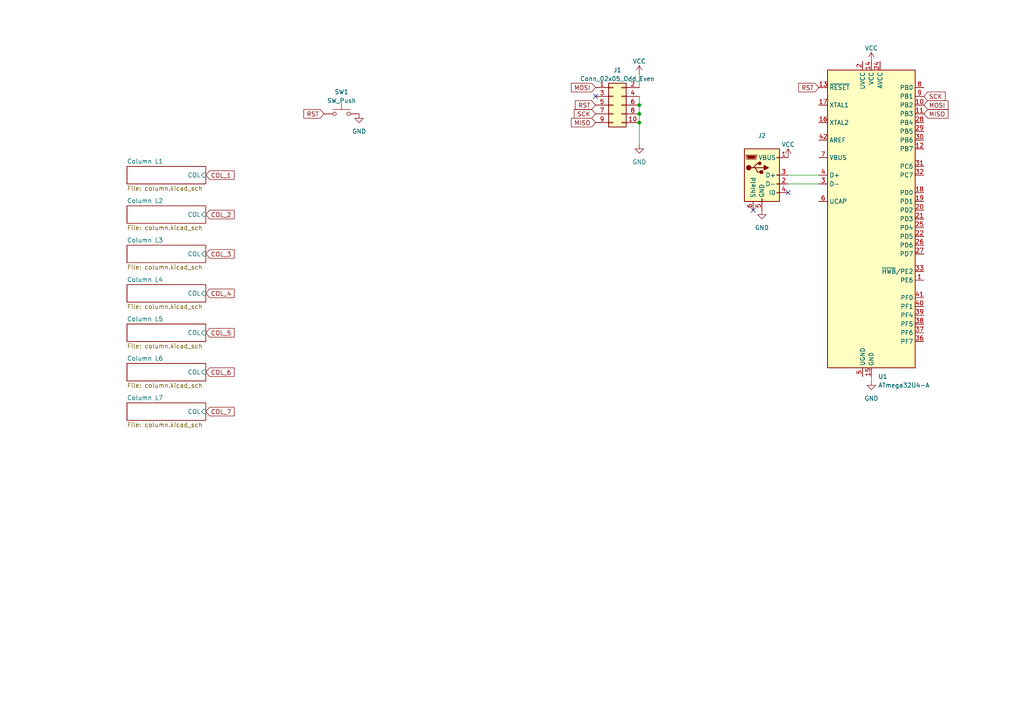
<source format=kicad_sch>
(kicad_sch (version 20230121) (generator eeschema)
  (paper "A4")
  (lib_symbols
    (symbol "Connector:USB_B_Micro" (pin_names (offset 1.016))
      (property "Reference" "J" (at -5.08 11.43 0))
      (property "Value" "USB_B_Micro" (at -5.08 8.89 0))
      (symbol "USB_B_Micro_0_1"
        (rectangle (start -5.08 -7.62) (end 5.08 7.62) (stroke (width 0.254)) (fill (type background)))
        (circle (center -3.81 2.159) (radius 0.635) (stroke (width 0.254)) (fill (type outline)))
        (circle (center -0.635 3.429) (radius 0.381) (stroke (width 0.254)) (fill (type outline)))
        (rectangle (start -0.127 -7.62) (end 0.127 -6.858))
        (polyline (pts (xy -1.905 2.159) (xy 0.635 2.159)) (stroke (width 0.254)))
        (polyline (pts (xy -3.175 2.159) (xy -2.54 2.159) (xy -1.27 3.429) (xy -0.635 3.429)) (stroke (width 0.254)))
        (polyline (pts (xy -2.54 2.159) (xy -1.905 2.159) (xy -1.27 0.889) (xy 0 0.889)) (stroke (width 0.254)))
        (polyline (pts (xy 0.635 2.794) (xy 0.635 1.524) (xy 1.905 2.159) (xy 0.635 2.794)) (stroke (width 0.254)) (fill (type outline)))
        (polyline (pts (xy -4.318 5.588) (xy -1.778 5.588) (xy -2.032 4.826) (xy -4.064 4.826) (xy -4.318 5.588)) (fill (type outline)))
        (polyline (pts (xy -4.699 5.842) (xy -4.699 5.588) (xy -4.445 4.826) (xy -4.445 4.572) (xy -1.651 4.572) (xy -1.651 4.826) (xy -1.397 5.588) (xy -1.397 5.842) (xy -4.699 5.842)))
        (rectangle (start 0.254 1.27) (end -0.508 0.508) (stroke (width 0.254)) (fill (type outline)))
        (rectangle (start 5.08 -5.207) (end 4.318 -4.953))
        (rectangle (start 5.08 -2.667) (end 4.318 -2.413))
        (rectangle (start 5.08 -0.127) (end 4.318 0.127))
        (rectangle (start 5.08 4.953) (end 4.318 5.207))
      )
      (symbol "USB_B_Micro_1_1"
        (pin power_out line (at 7.62 5.08 180) (length 2.54) (name "VBUS") (number "1"))
        (pin bidirectional line (at 7.62 -2.54 180) (length 2.54) (name "D-") (number "2"))
        (pin bidirectional line (at 7.62 0 180) (length 2.54) (name "D+") (number "3"))
        (pin passive line (at 7.62 -5.08 180) (length 2.54) (name "ID") (number "4"))
        (pin power_out line (at 0 -10.16 90) (length 2.54) (name "GND") (number "5"))
        (pin passive line (at -2.54 -10.16 90) (length 2.54) (name "Shield") (number "6"))
      )
    )
    (symbol "Connector_Generic:Conn_02x05_Odd_Even" (pin_names (offset 1.016) hide)
      (property "Reference" "J" (at 1.27 7.62 0))
      (property "Value" "Conn_02x05_Odd_Even" (at 1.27 -7.62 0))
      (symbol "Conn_02x05_Odd_Even_1_1"
        (rectangle (start -1.27 -4.953) (end 0 -5.207) (stroke (width 0.1524)))
        (rectangle (start -1.27 -2.413) (end 0 -2.667) (stroke (width 0.1524)))
        (rectangle (start -1.27 0.127) (end 0 -0.127) (stroke (width 0.1524)))
        (rectangle (start -1.27 2.667) (end 0 2.413) (stroke (width 0.1524)))
        (rectangle (start -1.27 5.207) (end 0 4.953) (stroke (width 0.1524)))
        (rectangle (start -1.27 6.35) (end 3.81 -6.35) (stroke (width 0.254)) (fill (type background)))
        (rectangle (start 3.81 -4.953) (end 2.54 -5.207) (stroke (width 0.1524)))
        (rectangle (start 3.81 -2.413) (end 2.54 -2.667) (stroke (width 0.1524)))
        (rectangle (start 3.81 0.127) (end 2.54 -0.127) (stroke (width 0.1524)))
        (rectangle (start 3.81 2.667) (end 2.54 2.413) (stroke (width 0.1524)))
        (rectangle (start 3.81 5.207) (end 2.54 4.953) (stroke (width 0.1524)))
        (pin passive line (at -5.08 5.08 0) (length 3.81) (name "Pin_1") (number "1"))
        (pin passive line (at 7.62 -5.08 180) (length 3.81) (name "Pin_10") (number "10"))
        (pin passive line (at 7.62 5.08 180) (length 3.81) (name "Pin_2") (number "2"))
        (pin passive line (at -5.08 2.54 0) (length 3.81) (name "Pin_3") (number "3"))
        (pin passive line (at 7.62 2.54 180) (length 3.81) (name "Pin_4") (number "4"))
        (pin passive line (at -5.08 0 0) (length 3.81) (name "Pin_5") (number "5"))
        (pin passive line (at 7.62 0 180) (length 3.81) (name "Pin_6") (number "6"))
        (pin passive line (at -5.08 -2.54 0) (length 3.81) (name "Pin_7") (number "7"))
        (pin passive line (at 7.62 -2.54 180) (length 3.81) (name "Pin_8") (number "8"))
        (pin passive line (at -5.08 -5.08 0) (length 3.81) (name "Pin_9") (number "9"))
      )
    )
    (symbol "MCU_Microchip_ATmega:ATmega32U4-A"
      (property "Reference" "U" (at -12.7 44.45 0))
      (property "Value" "ATmega32U4-A" (at 2.54 -44.45 0))
      (symbol "ATmega32U4-A_0_1"
        (rectangle (start -12.7 -43.18) (end 12.7 43.18) (stroke (width 0.254)) (fill (type background)))
      )
      (symbol "ATmega32U4-A_1_1"
        (pin bidirectional line (at 15.24 -17.78 180) (length 2.54) (name "PE6") (number "1"))
        (pin bidirectional line (at 15.24 33.02 180) (length 2.54) (name "PB2") (number "10"))
        (pin bidirectional line (at 15.24 30.48 180) (length 2.54) (name "PB3") (number "11"))
        (pin bidirectional line (at 15.24 20.32 180) (length 2.54) (name "PB7") (number "12"))
        (pin input line (at -15.24 38.1 0) (length 2.54) (name "~{RESET}") (number "13"))
        (pin power_in line (at 0 45.72 270) (length 2.54) (name "VCC") (number "14"))
        (pin power_in line (at 0 -45.72 90) (length 2.54) (name "GND") (number "15"))
        (pin output line (at -15.24 27.94 0) (length 2.54) (name "XTAL2") (number "16"))
        (pin input line (at -15.24 33.02 0) (length 2.54) (name "XTAL1") (number "17"))
        (pin bidirectional line (at 15.24 7.62 180) (length 2.54) (name "PD0") (number "18"))
        (pin bidirectional line (at 15.24 5.08 180) (length 2.54) (name "PD1") (number "19"))
        (pin power_in line (at -2.54 45.72 270) (length 2.54) (name "UVCC") (number "2"))
        (pin bidirectional line (at 15.24 2.54 180) (length 2.54) (name "PD2") (number "20"))
        (pin bidirectional line (at 15.24 0 180) (length 2.54) (name "PD3") (number "21"))
        (pin bidirectional line (at 15.24 -5.08 180) (length 2.54) (name "PD5") (number "22"))
        (pin passive line (at 0 -45.72 90) (length 2.54) hide (name "GND") (number "23"))
        (pin power_in line (at 2.54 45.72 270) (length 2.54) (name "AVCC") (number "24"))
        (pin bidirectional line (at 15.24 -2.54 180) (length 2.54) (name "PD4") (number "25"))
        (pin bidirectional line (at 15.24 -7.62 180) (length 2.54) (name "PD6") (number "26"))
        (pin bidirectional line (at 15.24 -10.16 180) (length 2.54) (name "PD7") (number "27"))
        (pin bidirectional line (at 15.24 27.94 180) (length 2.54) (name "PB4") (number "28"))
        (pin bidirectional line (at 15.24 25.4 180) (length 2.54) (name "PB5") (number "29"))
        (pin bidirectional line (at -15.24 10.16 0) (length 2.54) (name "D-") (number "3"))
        (pin bidirectional line (at 15.24 22.86 180) (length 2.54) (name "PB6") (number "30"))
        (pin bidirectional line (at 15.24 15.24 180) (length 2.54) (name "PC6") (number "31"))
        (pin bidirectional line (at 15.24 12.7 180) (length 2.54) (name "PC7") (number "32"))
        (pin bidirectional line (at 15.24 -15.24 180) (length 2.54) (name "~{HWB}/PE2") (number "33"))
        (pin passive line (at 0 45.72 270) (length 2.54) hide (name "VCC") (number "34"))
        (pin passive line (at 0 -45.72 90) (length 2.54) hide (name "GND") (number "35"))
        (pin bidirectional line (at 15.24 -35.56 180) (length 2.54) (name "PF7") (number "36"))
        (pin bidirectional line (at 15.24 -33.02 180) (length 2.54) (name "PF6") (number "37"))
        (pin bidirectional line (at 15.24 -30.48 180) (length 2.54) (name "PF5") (number "38"))
        (pin bidirectional line (at 15.24 -27.94 180) (length 2.54) (name "PF4") (number "39"))
        (pin bidirectional line (at -15.24 12.7 0) (length 2.54) (name "D+") (number "4"))
        (pin bidirectional line (at 15.24 -25.4 180) (length 2.54) (name "PF1") (number "40"))
        (pin bidirectional line (at 15.24 -22.86 180) (length 2.54) (name "PF0") (number "41"))
        (pin passive line (at -15.24 22.86 0) (length 2.54) (name "AREF") (number "42"))
        (pin passive line (at 0 -45.72 90) (length 2.54) hide (name "GND") (number "43"))
        (pin passive line (at 2.54 45.72 270) (length 2.54) hide (name "AVCC") (number "44"))
        (pin passive line (at -2.54 -45.72 90) (length 2.54) (name "UGND") (number "5"))
        (pin passive line (at -15.24 5.08 0) (length 2.54) (name "UCAP") (number "6"))
        (pin input line (at -15.24 17.78 0) (length 2.54) (name "VBUS") (number "7"))
        (pin bidirectional line (at 15.24 38.1 180) (length 2.54) (name "PB0") (number "8"))
        (pin bidirectional line (at 15.24 35.56 180) (length 2.54) (name "PB1") (number "9"))
      )
    )
    (symbol "Switch:SW_Push" (pin_numbers hide) (pin_names (offset 1.016) hide)
      (property "Reference" "SW" (at 1.27 2.54 0))
      (property "Value" "SW_Push" (at 0 -1.524 0))
      (symbol "SW_Push_0_1"
        (circle (center -2.032 0) (radius 0.508))
        (polyline (pts (xy 0 1.27) (xy 0 3.048)))
        (polyline (pts (xy 2.54 1.27) (xy -2.54 1.27)))
        (circle (center 2.032 0) (radius 0.508))
        (pin passive line (at -5.08 0 0) (length 2.54) (name "1") (number "1"))
        (pin passive line (at 5.08 0 180) (length 2.54) (name "2") (number "2"))
      )
    )
    (symbol "power:GND" (power) (pin_names (offset 0))
      (property "Value" "GND" (at 0 -3.81 0))
      (symbol "GND_0_1"
        (polyline (pts (xy 0 0) (xy 0 -1.27) (xy 1.27 -1.27) (xy 0 -2.54) (xy -1.27 -1.27) (xy 0 -1.27)))
      )
      (symbol "GND_1_1"
        (pin power_in line (at 0 0 270) (length 0) hide (name "GND") (number "1"))
      )
    )
    (symbol "power:VCC" (power) (pin_names (offset 0))
      (property "Value" "VCC" (at 0 3.81 0))
      (symbol "VCC_0_1"
        (polyline (pts (xy -0.762 1.27) (xy 0 2.54)))
        (polyline (pts (xy 0 0) (xy 0 2.54)))
        (polyline (pts (xy 0 2.54) (xy 0.762 1.27)))
      )
      (symbol "VCC_1_1"
        (pin power_in line (at 0 0 90) (length 0) hide (name "VCC") (number "1"))
      )
    )
  )
  (junction (at 185.42 30.48))
  (junction (at 185.42 35.56))
  (junction (at 185.42 33.02))
  (no_connect (at 228.6 55.88))
  (no_connect (at 172.72 27.94))
  (no_connect (at 218.44 60.96))
  (wire (pts (xy 228.6 50.8) (xy 237.49 50.8)))
  (wire (pts (xy 185.42 33.02) (xy 185.42 35.56)))
  (wire (pts (xy 185.42 27.94) (xy 185.42 30.48)))
  (wire (pts (xy 185.42 35.56) (xy 185.42 41.91)))
  (wire (pts (xy 185.42 21.59) (xy 185.42 25.4)))
  (wire (pts (xy 252.73 109.22) (xy 252.73 110.49)))
  (wire (pts (xy 185.42 30.48) (xy 185.42 33.02)))
  (wire (pts (xy 228.6 53.34) (xy 237.49 53.34)))
  (global_label "RST" (shape input) (at 93.98 33.02 180) (property "Intersheetrefs" "${INTERSHEET_REFS}" (effects hide)))
  (global_label "RST" (shape input) (at 172.72 30.48 180) (property "Intersheetrefs" "${INTERSHEET_REFS}" (effects hide)))
  (global_label "MISO" (shape input) (at 267.97 33.02 0) (property "Intersheetrefs" "${INTERSHEET_REFS}" (effects hide)))
  (global_label "COL_7" (shape input) (at 59.69 119.38 0) (property "Intersheetrefs" "${INTERSHEET_REFS}" (effects hide)))
  (global_label "COL_1" (shape input) (at 59.69 50.8 0) (property "Intersheetrefs" "${INTERSHEET_REFS}" (effects hide)))
  (global_label "MOSI" (shape input) (at 172.72 25.4 180) (property "Intersheetrefs" "${INTERSHEET_REFS}" (effects hide)))
  (global_label "RST" (shape input) (at 237.49 25.4 180) (property "Intersheetrefs" "${INTERSHEET_REFS}" (effects hide)))
  (global_label "COL_3" (shape input) (at 59.69 73.66 0) (property "Intersheetrefs" "${INTERSHEET_REFS}" (effects hide)))
  (global_label "COL_2" (shape input) (at 59.69 62.23 0) (property "Intersheetrefs" "${INTERSHEET_REFS}" (effects hide)))
  (global_label "COL_5" (shape input) (at 59.69 96.52 0) (property "Intersheetrefs" "${INTERSHEET_REFS}" (effects hide)))
  (global_label "SCK" (shape input) (at 267.97 27.94 0) (property "Intersheetrefs" "${INTERSHEET_REFS}" (effects hide)))
  (global_label "COL_6" (shape input) (at 59.69 107.95 0) (property "Intersheetrefs" "${INTERSHEET_REFS}" (effects hide)))
  (global_label "MISO" (shape input) (at 172.72 35.56 180) (property "Intersheetrefs" "${INTERSHEET_REFS}" (effects hide)))
  (global_label "COL_4" (shape input) (at 59.69 85.09 0) (property "Intersheetrefs" "${INTERSHEET_REFS}" (effects hide)))
  (global_label "MOSI" (shape input) (at 267.97 30.48 0) (property "Intersheetrefs" "${INTERSHEET_REFS}" (effects hide)))
  (global_label "SCK" (shape input) (at 172.72 33.02 180) (property "Intersheetrefs" "${INTERSHEET_REFS}" (effects hide)))
  (symbol (lib_id "power:VCC") (at 228.6 45.72 0) (unit 1)
    (property "Reference" "#PWR06" (effects hide))
    (property "Value" "VCC" (at 228.6 41.91 0))
  )
  (symbol (lib_id "Switch:SW_Push") (at 99.06 33.02 0) (unit 1)
    (property "Reference" "SW1" (at 99.06 26.67 0))
    (property "Value" "SW_Push" (at 99.06 29.21 0))
    (property "Footprint" "Button_Switch_SMD:SW_Push_SPST_NO_Alps_SKRK" (effects hide))
  )
  (symbol (lib_id "Connector:USB_B_Micro") (at 220.98 50.8 0) (unit 1)
    (property "Reference" "J2" (at 220.98 39.37 0))
    (property "Value" "USB_B_Micro" (effects hide))
    (property "Footprint" "Connector_USB:USB_Micro-B_Molex-105017-0001" (effects hide))
  )
  (symbol (lib_id "power:VCC") (at 185.42 21.59 0) (unit 1)
    (property "Reference" "#PWR02" (effects hide))
    (property "Value" "VCC" (at 185.42 17.78 0))
  )
  (symbol (lib_id "power:GND") (at 104.14 33.02 0) (unit 1)
    (property "Reference" "#PWR01" (effects hide))
    (property "Value" "GND" (at 104.14 38.1 0))
  )
  (symbol (lib_id "MCU_Microchip_ATmega:ATmega32U4-A") (at 252.73 63.5 0) (unit 1)
    (property "Reference" "U1" (at 254.6859 109.22 0) (effects (justify left)))
    (property "Value" "ATmega32U4-A" (at 254.6859 111.76 0) (effects (justify left)))
    (property "Footprint" "Package_QFP:TQFP-44_10x10mm_P0.8mm" (effects hide))
    (property "Datasheet" "http://ww1.microchip.com/downloads/en/DeviceDoc/Atmel-7766-8-bit-AVR-ATmega16U4-32U4_Datasheet.pdf" (effects hide))
  )
  (symbol (lib_id "power:GND") (at 252.73 110.49 0) (unit 1)
    (property "Reference" "#PWR05" (effects hide))
    (property "Value" "GND" (at 252.73 115.57 0))
  )
  (symbol (lib_id "power:GND") (at 220.98 60.96 0) (unit 1)
    (property "Reference" "#PWR07" (effects hide))
    (property "Value" "GND" (at 220.98 66.04 0))
  )
  (symbol (lib_id "Connector_Generic:Conn_02x05_Odd_Even") (at 177.8 30.48 0) (unit 1)
    (property "Reference" "J1" (at 179.07 20.32 0))
    (property "Value" "Conn_02x05_Odd_Even" (at 179.07 22.86 0))
    (property "Footprint" "Connector_IDC:IDC-Header_2x05_P2.54mm_Vertical" (effects hide))
  )
  (symbol (lib_id "power:GND") (at 185.42 41.91 0) (unit 1)
    (property "Reference" "#PWR03" (effects hide))
    (property "Value" "GND" (at 185.42 46.99 0))
  )
  (symbol (lib_id "power:VCC") (at 252.73 17.78 0) (unit 1)
    (property "Reference" "#PWR04" (effects hide))
    (property "Value" "VCC" (at 252.73 13.97 0))
  )
  (sheet (at 36.83 116.84) (size 22.86 5.08) (stroke (width 0.1524))
    (property "Sheetname" "Column L7" (at 36.83 116.1284 0) (effects (justify left bottom)))
    (property "Sheetfile" "column.kicad_sch" (at 36.83 122.5046 0) (effects (justify left top)))
    (pin "COL" input (at 59.69 119.38 0))
  )
  (sheet (at 36.83 93.98) (size 22.86 5.08) (stroke (width 0.1524))
    (property "Sheetname" "Column L5" (at 36.83 93.2684 0) (effects (justify left bottom)))
    (property "Sheetfile" "column.kicad_sch" (at 36.83 99.6446 0) (effects (justify left top)))
    (pin "COL" input (at 59.69 96.52 0))
  )
  (sheet (at 36.83 59.69) (size 22.86 5.08) (stroke (width 0.1524))
    (property "Sheetname" "Column L2" (at 36.83 58.9784 0) (effects (justify left bottom)))
    (property "Sheetfile" "column.kicad_sch" (at 36.83 65.3546 0) (effects (justify left top)))
    (pin "COL" input (at 59.69 62.23 0))
  )
  (sheet (at 36.83 71.12) (size 22.86 5.08) (stroke (width 0.1524))
    (property "Sheetname" "Column L3" (at 36.83 70.4084 0) (effects (justify left bottom)))
    (property "Sheetfile" "column.kicad_sch" (at 36.83 76.7846 0) (effects (justify left top)))
    (pin "COL" input (at 59.69 73.66 0))
  )
  (sheet (at 36.83 48.26) (size 22.86 5.08) (stroke (width 0.1524))
    (property "Sheetname" "Column L1" (at 36.83 47.5484 0) (effects (justify left bottom)))
    (property "Sheetfile" "column.kicad_sch" (at 36.83 53.9246 0) (effects (justify left top)))
    (pin "COL" input (at 59.69 50.8 0))
  )
  (sheet (at 36.83 82.55) (size 22.86 5.08) (stroke (width 0.1524))
    (property "Sheetname" "Column L4" (at 36.83 81.8384 0) (effects (justify left bottom)))
    (property "Sheetfile" "column.kicad_sch" (at 36.83 88.2146 0) (effects (justify left top)))
    (pin "COL" input (at 59.69 85.09 0))
  )
  (sheet (at 36.83 105.41) (size 22.86 5.08) (stroke (width 0.1524))
    (property "Sheetname" "Column L6" (at 36.83 104.6984 0) (effects (justify left bottom)))
    (property "Sheetfile" "column.kicad_sch" (at 36.83 111.0746 0) (effects (justify left top)))
    (pin "COL" input (at 59.69 107.95 0))
  )
)
</source>
